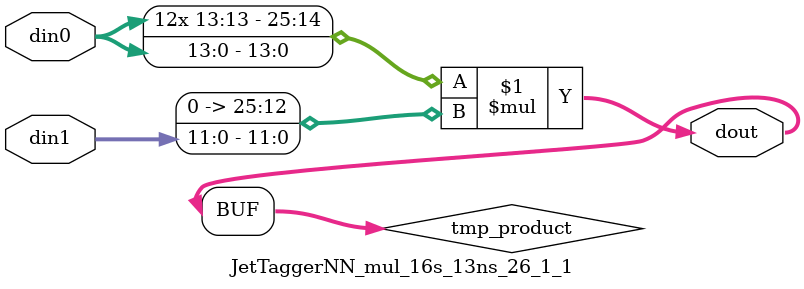
<source format=v>

`timescale 1 ns / 1 ps

  module JetTaggerNN_mul_16s_13ns_26_1_1(din0, din1, dout);
parameter ID = 1;
parameter NUM_STAGE = 0;
parameter din0_WIDTH = 14;
parameter din1_WIDTH = 12;
parameter dout_WIDTH = 26;

input [din0_WIDTH - 1 : 0] din0; 
input [din1_WIDTH - 1 : 0] din1; 
output [dout_WIDTH - 1 : 0] dout;

wire signed [dout_WIDTH - 1 : 0] tmp_product;












assign tmp_product = $signed(din0) * $signed({1'b0, din1});









assign dout = tmp_product;







endmodule

</source>
